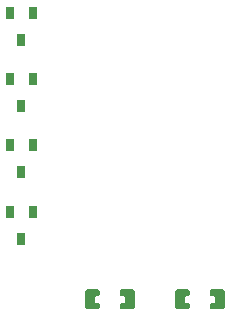
<source format=gtp>
G04 Layer: TopPasteMaskLayer*
G04 EasyEDA v6.5.51, 2025-10-02 22:01:21*
G04 208e135f75f84b069e33606ea1abe5ef,5c351882480b49209f9ebacf817cb454,10*
G04 Gerber Generator version 0.2*
G04 Scale: 100 percent, Rotated: No, Reflected: No *
G04 Dimensions in millimeters *
G04 leading zeros omitted , absolute positions ,4 integer and 5 decimal *
%FSLAX45Y45*%
%MOMM*%

%ADD10R,0.8000X1.0000*%
%ADD11R,0.0124X1.0000*%

%LPD*%
G36*
X2167585Y5533339D02*
G01*
X2157577Y5523331D01*
X2157577Y5487212D01*
X2167585Y5477205D01*
X2188667Y5477205D01*
X2198674Y5467197D01*
X2198674Y5429402D01*
X2188667Y5419394D01*
X2167585Y5419394D01*
X2157577Y5409387D01*
X2157577Y5373268D01*
X2167585Y5363260D01*
X2268372Y5363260D01*
X2278329Y5373268D01*
X2278329Y5523331D01*
X2268372Y5533339D01*
G37*
G36*
X1871827Y5533339D02*
G01*
X1861870Y5523331D01*
X1861870Y5373268D01*
X1871827Y5363260D01*
X1972614Y5363260D01*
X1982622Y5373268D01*
X1982622Y5409387D01*
X1972614Y5419394D01*
X1951532Y5419394D01*
X1941525Y5429402D01*
X1941525Y5467197D01*
X1951532Y5477205D01*
X1972614Y5477205D01*
X1982622Y5487212D01*
X1982622Y5523331D01*
X1972614Y5533339D01*
G37*
G36*
X2929585Y5533339D02*
G01*
X2919577Y5523331D01*
X2919577Y5487212D01*
X2929585Y5477205D01*
X2950667Y5477205D01*
X2960674Y5467197D01*
X2960674Y5429402D01*
X2950667Y5419394D01*
X2929585Y5419394D01*
X2919577Y5409387D01*
X2919577Y5373268D01*
X2929585Y5363260D01*
X3030372Y5363260D01*
X3040329Y5373268D01*
X3040329Y5523331D01*
X3030372Y5533339D01*
G37*
G36*
X2633827Y5533339D02*
G01*
X2623870Y5523331D01*
X2623870Y5373268D01*
X2633827Y5363260D01*
X2734614Y5363260D01*
X2744622Y5373268D01*
X2744622Y5409387D01*
X2734614Y5419394D01*
X2713532Y5419394D01*
X2703525Y5429402D01*
X2703525Y5467197D01*
X2713532Y5477205D01*
X2734614Y5477205D01*
X2744622Y5487212D01*
X2744622Y5523331D01*
X2734614Y5533339D01*
G37*
D10*
G01*
X1225804Y6185687D03*
G01*
X1320800Y5955690D03*
G01*
X1415795Y6185687D03*
G01*
X1225804Y6757111D03*
G01*
X1320800Y6527088D03*
G01*
X1415795Y6757085D03*
G01*
X1225804Y7315911D03*
G01*
X1320800Y7085888D03*
G01*
X1415795Y7315885D03*
G01*
X1225804Y7874711D03*
G01*
X1320800Y7644688D03*
G01*
X1415795Y7874685D03*
M02*

</source>
